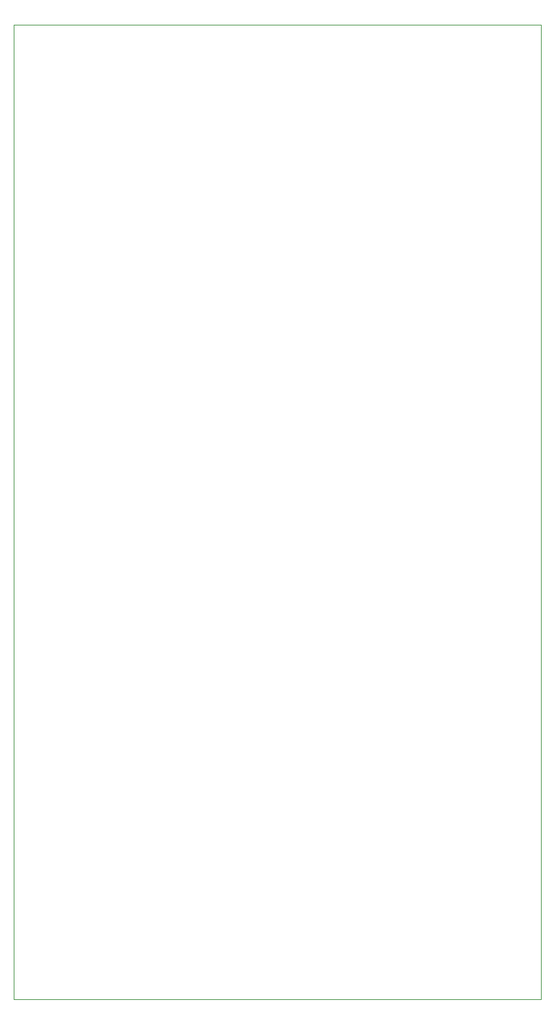
<source format=gbr>
%TF.GenerationSoftware,KiCad,Pcbnew,7.0.9*%
%TF.CreationDate,2024-01-03T21:17:44+01:00*%
%TF.ProjectId,diy_robotics_gripper,6469795f-726f-4626-9f74-6963735f6772,rev?*%
%TF.SameCoordinates,Original*%
%TF.FileFunction,Profile,NP*%
%FSLAX46Y46*%
G04 Gerber Fmt 4.6, Leading zero omitted, Abs format (unit mm)*
G04 Created by KiCad (PCBNEW 7.0.9) date 2024-01-03 21:17:44*
%MOMM*%
%LPD*%
G01*
G04 APERTURE LIST*
%TA.AperFunction,Profile*%
%ADD10C,0.100000*%
%TD*%
G04 APERTURE END LIST*
D10*
X90000000Y-25000000D02*
X90000000Y-145000000D01*
X25000000Y-145000000D02*
X25000000Y-25000000D01*
X90000000Y-145000000D02*
X25000000Y-145000000D01*
X25000000Y-25000000D02*
X90000000Y-25000000D01*
M02*

</source>
